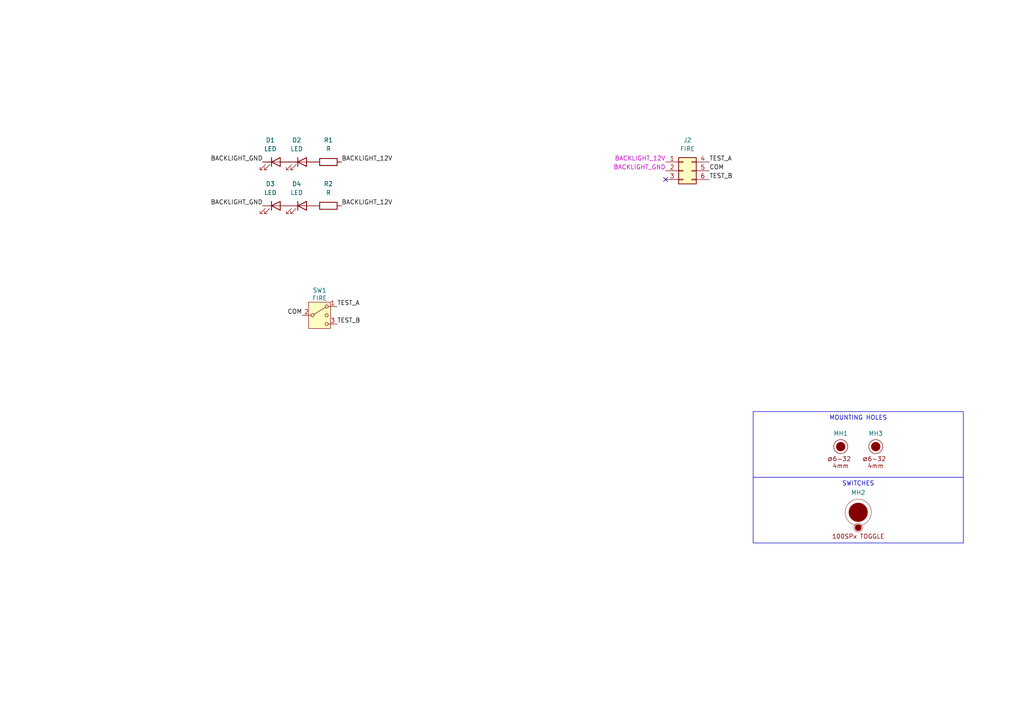
<source format=kicad_sch>
(kicad_sch (version 20231120) (generator "eeschema") (generator_version "8.0")
  (paper "A4")
  (title_block (title "HYD ISO PANEL"))
  (lib_symbols
    (symbol "Connector_Generic:Conn_02x03_Top_Bottom" (pin_names (offset 1.016) hide)
      (property "Reference" "J" (at 1.27 5.08 0))
      (property "Value" "Conn_02x03_Top_Bottom" (at 1.27 -5.08 0))
      (symbol "Conn_02x03_Top_Bottom_1_1"
        (rectangle (start -1.27 -2.413) (end 0 -2.667) (stroke (width 0.1524)))
        (rectangle (start -1.27 0.127) (end 0 -0.127) (stroke (width 0.1524)))
        (rectangle (start -1.27 2.667) (end 0 2.413) (stroke (width 0.1524)))
        (rectangle (start -1.27 3.81) (end 3.81 -3.81) (stroke (width 0.254)) (fill (type background)))
        (rectangle (start 3.81 -2.413) (end 2.54 -2.667) (stroke (width 0.1524)))
        (rectangle (start 3.81 0.127) (end 2.54 -0.127) (stroke (width 0.1524)))
        (rectangle (start 3.81 2.667) (end 2.54 2.413) (stroke (width 0.1524)))
        (pin passive line (at -5.08 2.54 0) (length 3.81) (name "Pin_1") (number "1"))
        (pin passive line (at -5.08 0 0) (length 3.81) (name "Pin_2") (number "2"))
        (pin passive line (at -5.08 -2.54 0) (length 3.81) (name "Pin_3") (number "3"))
        (pin passive line (at 7.62 2.54 180) (length 3.81) (name "Pin_4") (number "4"))
        (pin passive line (at 7.62 0 180) (length 3.81) (name "Pin_5") (number "5"))
        (pin passive line (at 7.62 -2.54 180) (length 3.81) (name "Pin_6") (number "6"))
      )
    )
    (symbol "Device:LED" (pin_numbers hide) (pin_names (offset 1.016) hide)
      (property "Reference" "D" (at 0 2.54 0))
      (property "Value" "LED" (at 0 -2.54 0))
      (symbol "LED_0_1"
        (polyline (pts (xy -1.27 -1.27) (xy -1.27 1.27)) (stroke (width 0.254)))
        (polyline (pts (xy -1.27 0) (xy 1.27 0)))
        (polyline (pts (xy 1.27 -1.27) (xy 1.27 1.27) (xy -1.27 0) (xy 1.27 -1.27)) (stroke (width 0.254)))
        (polyline (pts (xy -3.048 -0.762) (xy -4.572 -2.286) (xy -3.81 -2.286) (xy -4.572 -2.286) (xy -4.572 -1.524)))
        (polyline (pts (xy -1.778 -0.762) (xy -3.302 -2.286) (xy -2.54 -2.286) (xy -3.302 -2.286) (xy -3.302 -1.524)))
      )
      (symbol "LED_1_1"
        (pin passive line (at -3.81 0 0) (length 2.54) (name "K") (number "1"))
        (pin passive line (at 3.81 0 180) (length 2.54) (name "A") (number "2"))
      )
    )
    (symbol "Device:R" (pin_numbers hide) (pin_names (offset 0))
      (property "Reference" "R" (at 2.032 0 90))
      (property "Value" "R" (at 0 0 90))
      (symbol "R_0_1"
        (rectangle (start -1.016 -2.54) (end 1.016 2.54) (stroke (width 0.254)))
      )
      (symbol "R_1_1"
        (pin passive line (at 0 3.81 270) (length 1.27) (name "~") (number "1"))
        (pin passive line (at 0 -3.81 90) (length 1.27) (name "~") (number "2"))
      )
    )
    (symbol "OH_Symbols:MountingHole_100SPx_Toggle" (pin_names (offset 1.016)) (in_bom no)
      (property "Reference" "MH" (at 0 5.715 0))
      (symbol "MountingHole_100SPx_Toggle_1_1"
        (circle (center 0 -4.445) (radius 0.898) (fill (type outline)))
        (circle (center 0 -4.445) (radius 1.27) (stroke (width 0.1)))
        (circle (center 0 0) (radius 2.6941) (fill (type outline)))
        (circle (center 0 0) (radius 3.81) (stroke (width 0.1)))
        (text "100SPx TOGGLE" (at 0 -6.985 0) (effects (font (size 1.27 1.27))))
      )
    )
    (symbol "OH_Symbols:MountingHole_6x32_PHS" (pin_numbers hide) (pin_names (offset 0) hide) (in_bom no)
      (property "Reference" "MH" (at 0 3.81 0))
      (symbol "MountingHole_6x32_PHS_0_0"
        (circle (center 0 0) (radius 1.27) (fill (type outline)))
        (circle (center 0 0) (radius 2.032))
      )
      (symbol "MountingHole_6x32_PHS_1_1"
        (text "⌀6-32 \n4mm" (at 0 -4.572 0) (effects (font (size 1.27 1.27))))
      )
    )
    (symbol "Switch:SW_SPDT_MSM" (pin_names (offset 0) hide)
      (property "Reference" "SW" (at 0 5.08 0))
      (property "Value" "SW_SPDT_MSM" (at 0 -5.08 0))
      (symbol "SW_SPDT_MSM_0_1"
        (circle (center -2.032 0) (radius 0.4572))
        (polyline (pts (xy -1.651 0.254) (xy 1.651 2.286)))
        (circle (center 2.032 -2.54) (radius 0.4572))
        (circle (center 2.032 0) (radius 0.4572))
        (circle (center 2.032 2.54) (radius 0.4572))
      )
      (symbol "SW_SPDT_MSM_1_1"
        (rectangle (start -3.175 3.81) (end 3.175 -3.81) (fill (type background)))
        (pin passive line (at 5.08 2.54 180) (length 2.54) (name "1") (number "1"))
        (pin passive line (at -5.08 0 0) (length 2.54) (name "3") (number "2"))
        (pin passive line (at 5.08 -2.54 180) (length 2.54) (name "4") (number "3"))
      )
    )
  )
  (no_connect (at 193.04 52.07))
  (text_box "SWITCHES" (at 218.44 138.43 0) (size 60.96 19.05) (effects (font (size 1.27 1.27)) (justify top)))
  (text_box "MOUNTING HOLES" (at 218.44 119.38 0) (size 60.96 19.05) (effects (font (size 1.27 1.27)) (justify top)))
  (label "TEST_B" (at 97.79 93.98 0))
  (label "TEST_B" (at 205.74 52.07 0))
  (label "COM" (at 87.63 91.44 180))
  (label "TEST_A" (at 205.74 46.99 0))
  (label "BACKLIGHT_12V" (at 193.04 46.99 180))
  (label "BACKLIGHT_GND" (at 76.2 59.69 180))
  (label "BACKLIGHT_12V" (at 99.06 46.99 0))
  (label "COM" (at 205.74 49.53 0))
  (label "BACKLIGHT_12V" (at 99.06 59.69 0))
  (label "TEST_A" (at 97.79 88.9 0))
  (label "BACKLIGHT_GND" (at 76.2 46.99 180))
  (label "BACKLIGHT_GND" (at 193.04 49.53 180))
  (symbol (lib_id "OH_Symbols:MountingHole_6x32_PHS") (at 254 129.54 0) (unit 1) (in_bom no)
    (property "Reference" "MH3" (at 254 125.73 0))
    (property "Value" "6x32 / 4mm" (effects (hide yes)))
    (property "Footprint" "OH_Footprints:MountingHole_6-32_PHS" (effects (hide yes)))
  )
  (symbol (lib_id "Device:LED") (at 87.63 59.69 0) (unit 1)
    (property "Reference" "D4" (at 86.0425 53.34 0))
    (property "Value" "LED" (at 86.0425 55.88 0))
    (property "Footprint" "LED_THT:LED_D3.0mm_FlatTop" (effects (hide yes)))
  )
  (symbol (lib_id "Device:LED") (at 80.01 46.99 0) (unit 1)
    (property "Reference" "D1" (at 78.4225 40.64 0))
    (property "Value" "LED" (at 78.4225 43.18 0))
    (property "Footprint" "LED_THT:LED_D3.0mm_FlatTop" (effects (hide yes)))
  )
  (symbol (lib_id "Connector_Generic:Conn_02x03_Top_Bottom") (at 198.12 49.53 0) (unit 1)
    (property "Reference" "J2" (at 199.39 40.64 0))
    (property "Value" "FIRE" (at 199.39 43.18 0))
    (property "Footprint" "Connector_IDC:IDC-Header_2x03_P2.54mm_Vertical" (effects (hide yes)))
    (property "Description" "Generic connector, double row, 02x03, top/bottom pin numbering scheme (row 1: 1...pins_per_row, row2: pins_per_row+1 ... num_pins), script generated (kicad-library-utils/schlib/autogen/connector/)" (effects (hide yes)))
  )
  (symbol (lib_id "Device:R") (at 95.25 59.69 90) (unit 1)
    (property "Reference" "R2" (at 95.25 53.34 90))
    (property "Value" "R" (at 95.25 55.88 90))
    (property "Footprint" "Resistor_THT:R_Axial_DIN0204_L3.6mm_D1.6mm_P7.62mm_Horizontal" (effects (hide yes)))
  )
  (symbol (lib_id "OH_Symbols:MountingHole_100SPx_Toggle") (at 248.92 148.59 0) (unit 1) (in_bom no)
    (property "Reference" "MH2" (at 248.92 142.875 0))
    (property "Value" "Switch_100SPx" (effects (hide yes)))
    (property "Footprint" "OH_Footprints:100SPX_Toggle_13mm_x_18mm" (effects (hide yes)))
    (property "Datasheet" "https://sten-eswitch-13110800-production.s3.amazonaws.com/system/asset/product_line/data_sheet/129/100.pdf" (effects (hide yes)))
  )
  (symbol (lib_id "OH_Symbols:MountingHole_6x32_PHS") (at 243.84 129.54 0) (unit 1) (in_bom no)
    (property "Reference" "MH1" (at 243.84 125.73 0))
    (property "Value" "6x32 / 4mm" (effects (hide yes)))
    (property "Footprint" "OH_Footprints:MountingHole_6-32_PHS" (effects (hide yes)))
  )
  (symbol (lib_id "Device:R") (at 95.25 46.99 90) (unit 1)
    (property "Reference" "R1" (at 95.25 40.64 90))
    (property "Value" "R" (at 95.25 43.18 90))
    (property "Footprint" "Resistor_THT:R_Axial_DIN0204_L3.6mm_D1.6mm_P7.62mm_Horizontal" (effects (hide yes)))
  )
  (symbol (lib_id "Switch:SW_SPDT_MSM") (at 92.71 91.44 0) (unit 1)
    (property "Reference" "SW1" (at 92.71 84.201 0))
    (property "Value" "FIRE" (at 92.71 86.5124 0))
    (property "Footprint" "Connector_Molex:Molex_KK-254_AE-6410-03A_1x03_P2.54mm_Vertical" (effects (hide yes)))
  )
  (symbol (lib_id "Device:LED") (at 87.63 46.99 0) (unit 1)
    (property "Reference" "D2" (at 86.0425 40.64 0))
    (property "Value" "LED" (at 86.0425 43.18 0))
    (property "Footprint" "LED_THT:LED_D3.0mm_FlatTop" (effects (hide yes)))
  )
  (symbol (lib_id "Device:LED") (at 80.01 59.69 0) (unit 1)
    (property "Reference" "D3" (at 78.4225 53.34 0))
    (property "Value" "LED" (at 78.4225 55.88 0))
    (property "Footprint" "LED_THT:LED_D3.0mm_FlatTop" (effects (hide yes)))
  )
)
</source>
